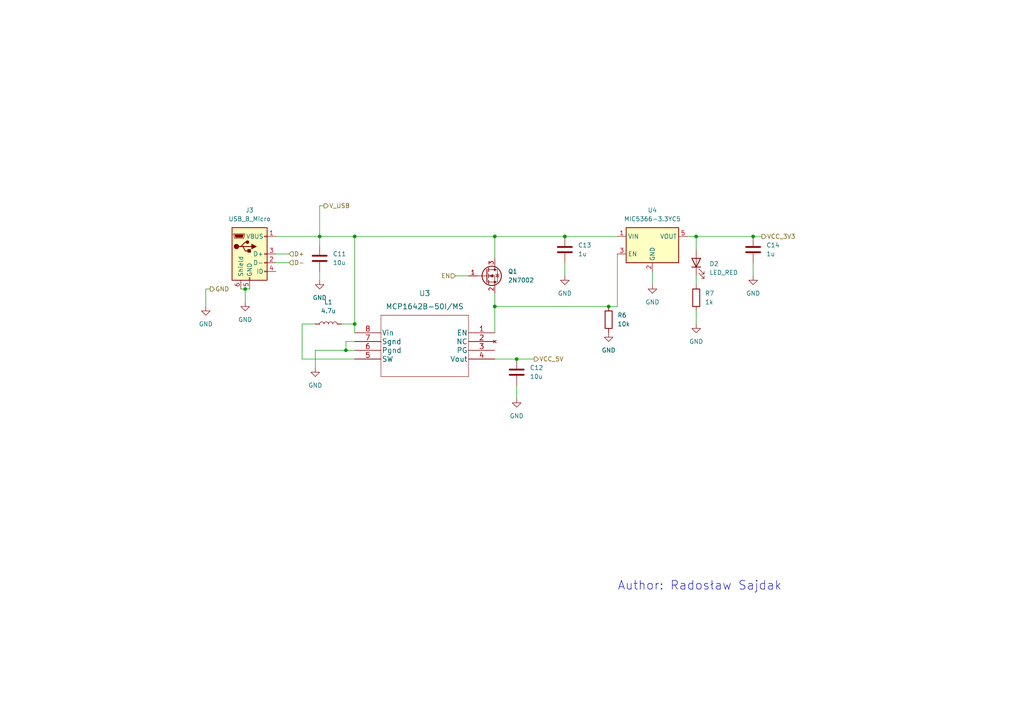
<source format=kicad_sch>
(kicad_sch (version 20211123) (generator eeschema)
  (paper "A4")
  (lib_symbols
    (symbol "Connector:USB_B_Micro" (pin_names (offset 1.016))
      (property "Reference" "J" (at -5.08 11.43 0))
      (property "Value" "USB_B_Micro" (at -5.08 8.89 0))
      (symbol "USB_B_Micro_0_1"
        (rectangle (start -5.08 -7.62) (end 5.08 7.62) (stroke (width 0.254)) (fill (type background)))
        (circle (center -3.81 2.159) (radius 0.635) (stroke (width 0.254)) (fill (type outline)))
        (circle (center -0.635 3.429) (radius 0.381) (stroke (width 0.254)) (fill (type outline)))
        (rectangle (start -0.127 -7.62) (end 0.127 -6.858))
        (polyline (pts (xy -1.905 2.159) (xy 0.635 2.159)) (stroke (width 0.254)))
        (polyline (pts (xy -3.175 2.159) (xy -2.54 2.159) (xy -1.27 3.429) (xy -0.635 3.429)) (stroke (width 0.254)))
        (polyline (pts (xy -2.54 2.159) (xy -1.905 2.159) (xy -1.27 0.889) (xy 0 0.889)) (stroke (width 0.254)))
        (polyline (pts (xy 0.635 2.794) (xy 0.635 1.524) (xy 1.905 2.159) (xy 0.635 2.794)) (stroke (width 0.254)) (fill (type outline)))
        (polyline (pts (xy -4.318 5.588) (xy -1.778 5.588) (xy -2.032 4.826) (xy -4.064 4.826) (xy -4.318 5.588)) (fill (type outline)))
        (polyline (pts (xy -4.699 5.842) (xy -4.699 5.588) (xy -4.445 4.826) (xy -4.445 4.572) (xy -1.651 4.572) (xy -1.651 4.826) (xy -1.397 5.588) (xy -1.397 5.842) (xy -4.699 5.842)))
        (rectangle (start 0.254 1.27) (end -0.508 0.508) (stroke (width 0.254)) (fill (type outline)))
        (rectangle (start 5.08 -5.207) (end 4.318 -4.953))
        (rectangle (start 5.08 -2.667) (end 4.318 -2.413))
        (rectangle (start 5.08 -0.127) (end 4.318 0.127))
        (rectangle (start 5.08 4.953) (end 4.318 5.207))
      )
      (symbol "USB_B_Micro_1_1"
        (pin power_out line (at 7.62 5.08 180) (length 2.54) (name "VBUS") (number "1"))
        (pin bidirectional line (at 7.62 -2.54 180) (length 2.54) (name "D-") (number "2"))
        (pin bidirectional line (at 7.62 0 180) (length 2.54) (name "D+") (number "3"))
        (pin passive line (at 7.62 -5.08 180) (length 2.54) (name "ID") (number "4"))
        (pin power_out line (at 0 -10.16 90) (length 2.54) (name "GND") (number "5"))
        (pin passive line (at -2.54 -10.16 90) (length 2.54) (name "Shield") (number "6"))
      )
    )
    (symbol "Device:C" (pin_numbers hide) (pin_names (offset 0.254))
      (property "Reference" "C" (at 0.635 2.54 0))
      (property "Value" "C" (at 0.635 -2.54 0))
      (symbol "C_0_1"
        (polyline (pts (xy -2.032 -0.762) (xy 2.032 -0.762)) (stroke (width 0.508)))
        (polyline (pts (xy -2.032 0.762) (xy 2.032 0.762)) (stroke (width 0.508)))
      )
      (symbol "C_1_1"
        (pin passive line (at 0 3.81 270) (length 2.794) (name "~") (number "1"))
        (pin passive line (at 0 -3.81 90) (length 2.794) (name "~") (number "2"))
      )
    )
    (symbol "Device:L" (pin_numbers hide) (pin_names (offset 1.016) hide)
      (property "Reference" "L" (at -1.27 0 90))
      (property "Value" "L" (at 1.905 0 90))
      (symbol "L_0_1"
        (arc (start 0 -2.54) (mid 0.635 -1.905) (end 0 -1.27))
        (arc (start 0 -1.27) (mid 0.635 -0.635) (end 0 0))
        (arc (start 0 0) (mid 0.635 0.635) (end 0 1.27))
        (arc (start 0 1.27) (mid 0.635 1.905) (end 0 2.54))
      )
      (symbol "L_1_1"
        (pin passive line (at 0 3.81 270) (length 1.27) (name "1") (number "1"))
        (pin passive line (at 0 -3.81 90) (length 1.27) (name "2") (number "2"))
      )
    )
    (symbol "Device:LED" (pin_numbers hide) (pin_names (offset 1.016) hide)
      (property "Reference" "D" (at 0 2.54 0))
      (property "Value" "LED" (at 0 -2.54 0))
      (symbol "LED_0_1"
        (polyline (pts (xy -1.27 -1.27) (xy -1.27 1.27)) (stroke (width 0.254)))
        (polyline (pts (xy -1.27 0) (xy 1.27 0)))
        (polyline (pts (xy 1.27 -1.27) (xy 1.27 1.27) (xy -1.27 0) (xy 1.27 -1.27)) (stroke (width 0.254)))
        (polyline (pts (xy -3.048 -0.762) (xy -4.572 -2.286) (xy -3.81 -2.286) (xy -4.572 -2.286) (xy -4.572 -1.524)))
        (polyline (pts (xy -1.778 -0.762) (xy -3.302 -2.286) (xy -2.54 -2.286) (xy -3.302 -2.286) (xy -3.302 -1.524)))
      )
      (symbol "LED_1_1"
        (pin passive line (at -3.81 0 0) (length 2.54) (name "K") (number "1"))
        (pin passive line (at 3.81 0 180) (length 2.54) (name "A") (number "2"))
      )
    )
    (symbol "Device:R" (pin_numbers hide) (pin_names (offset 0))
      (property "Reference" "R" (at 2.032 0 90))
      (property "Value" "R" (at 0 0 90))
      (symbol "R_0_1"
        (rectangle (start -1.016 -2.54) (end 1.016 2.54) (stroke (width 0.254)))
      )
      (symbol "R_1_1"
        (pin passive line (at 0 3.81 270) (length 1.27) (name "~") (number "1"))
        (pin passive line (at 0 -3.81 90) (length 1.27) (name "~") (number "2"))
      )
    )
    (symbol "MCP1642:MCP1642B-50I{slash}MS" (pin_names (offset 0.254))
      (property "Reference" "U?" (at 20.32 11.43 0))
      (property "Value" "MCP1642B-50I/MS" (at 20.32 7.62 0))
      (symbol "MCP1642B-50I{slash}MS_1_1"
        (polyline (pts (xy 7.62 -12.7) (xy 33.02 -12.7)) (stroke (width 0.127)))
        (polyline (pts (xy 7.62 5.08) (xy 7.62 -12.7)) (stroke (width 0.127)))
        (polyline (pts (xy 33.02 -12.7) (xy 33.02 5.08)) (stroke (width 0.127)))
        (polyline (pts (xy 33.02 5.08) (xy 7.62 5.08)) (stroke (width 0.127)))
        (pin input line (at 0 0 0) (length 7.62) (name "EN") (number "1"))
        (pin no_connect line (at 0 -2.54 0) (length 7.62) (name "NC") (number "2"))
        (pin output line (at 0 -5.08 0) (length 7.62) (name "PG") (number "3"))
        (pin power_out line (at 0 -7.62 0) (length 7.62) (name "Vout") (number "4"))
        (pin power_in line (at 40.64 -7.62 180) (length 7.62) (name "SW") (number "5"))
        (pin power_in line (at 40.64 -5.08 180) (length 7.62) (name "Pgnd") (number "6"))
        (pin power_in line (at 40.64 -2.54 180) (length 7.62) (name "Sgnd") (number "7"))
        (pin power_in line (at 40.64 0 180) (length 7.62) (name "Vin") (number "8"))
      )
    )
    (symbol "Regulator_Linear:MIC5366-3.3YC5"
      (property "Reference" "U" (at -6.35 6.35 0))
      (property "Value" "MIC5366-3.3YC5" (at 0 6.35 0))
      (symbol "MIC5366-3.3YC5_0_1"
        (rectangle (start -7.62 -5.08) (end 7.62 5.08) (stroke (width 0.254)) (fill (type background)))
      )
      (symbol "MIC5366-3.3YC5_1_1"
        (pin power_in line (at -10.16 2.54 0) (length 2.54) (name "VIN") (number "1"))
        (pin power_in line (at 0 -7.62 90) (length 2.54) (name "GND") (number "2"))
        (pin input line (at -10.16 -2.54 0) (length 2.54) (name "EN") (number "3"))
        (pin no_connect line (at 7.62 -2.54 180) (length 2.54) hide (name "NC") (number "4"))
        (pin power_out line (at 10.16 2.54 180) (length 2.54) (name "VOUT") (number "5"))
      )
    )
    (symbol "Transistor_FET:2N7002" (pin_names hide)
      (property "Reference" "Q" (at 5.08 1.905 0))
      (property "Value" "2N7002" (at 5.08 0 0))
      (symbol "2N7002_0_1"
        (polyline (pts (xy 0.254 0) (xy -2.54 0)))
        (polyline (pts (xy 0.254 1.905) (xy 0.254 -1.905)) (stroke (width 0.254)))
        (polyline (pts (xy 0.762 -1.27) (xy 0.762 -2.286)) (stroke (width 0.254)))
        (polyline (pts (xy 0.762 0.508) (xy 0.762 -0.508)) (stroke (width 0.254)))
        (polyline (pts (xy 0.762 2.286) (xy 0.762 1.27)) (stroke (width 0.254)))
        (polyline (pts (xy 2.54 2.54) (xy 2.54 1.778)))
        (polyline (pts (xy 2.54 -2.54) (xy 2.54 0) (xy 0.762 0)))
        (polyline (pts (xy 0.762 -1.778) (xy 3.302 -1.778) (xy 3.302 1.778) (xy 0.762 1.778)))
        (polyline (pts (xy 1.016 0) (xy 2.032 0.381) (xy 2.032 -0.381) (xy 1.016 0)) (fill (type outline)))
        (polyline (pts (xy 2.794 0.508) (xy 2.921 0.381) (xy 3.683 0.381) (xy 3.81 0.254)))
        (polyline (pts (xy 3.302 0.381) (xy 2.921 -0.254) (xy 3.683 -0.254) (xy 3.302 0.381)))
        (circle (center 1.651 0) (radius 2.794) (stroke (width 0.254)))
        (circle (center 2.54 -1.778) (radius 0.254) (fill (type outline)))
        (circle (center 2.54 1.778) (radius 0.254) (fill (type outline)))
      )
      (symbol "2N7002_1_1"
        (pin input line (at -5.08 0 0) (length 2.54) (name "G") (number "1"))
        (pin passive line (at 2.54 -5.08 90) (length 2.54) (name "S") (number "2"))
        (pin passive line (at 2.54 5.08 270) (length 2.54) (name "D") (number "3"))
      )
    )
    (symbol "power:GND" (power) (pin_names (offset 0))
      (property "Value" "GND" (at 0 -3.81 0))
      (symbol "GND_0_1"
        (polyline (pts (xy 0 0) (xy 0 -1.27) (xy 1.27 -1.27) (xy 0 -2.54) (xy -1.27 -1.27) (xy 0 -1.27)))
      )
      (symbol "GND_1_1"
        (pin power_in line (at 0 0 270) (length 0) hide (name "GND") (number "1"))
      )
    )
  )
  (junction (at 143.51 68.58))
  (junction (at 92.71 68.58))
  (junction (at 163.83 68.58))
  (junction (at 201.93 68.58))
  (junction (at 102.87 68.58))
  (junction (at 218.44 68.58))
  (junction (at 71.12 83.82))
  (junction (at 176.53 88.9))
  (junction (at 143.51 88.9))
  (junction (at 100.33 101.6))
  (junction (at 149.86 104.14))
  (junction (at 102.87 93.98))
  (wire (pts (xy 100.33 101.6) (xy 102.87 101.6)))
  (wire (pts (xy 92.71 78.74) (xy 92.71 81.28)))
  (wire (pts (xy 87.63 93.98) (xy 87.63 104.14)))
  (wire (pts (xy 71.12 83.82) (xy 72.39 83.82)))
  (wire (pts (xy 100.33 101.6) (xy 91.44 101.6)))
  (wire (pts (xy 80.01 76.2) (xy 83.82 76.2)))
  (wire (pts (xy 149.86 104.14) (xy 154.94 104.14)))
  (wire (pts (xy 102.87 68.58) (xy 143.51 68.58)))
  (wire (pts (xy 143.51 85.09) (xy 143.51 88.9)))
  (wire (pts (xy 59.69 83.82) (xy 60.96 83.82)))
  (wire (pts (xy 201.93 68.58) (xy 218.44 68.58)))
  (wire (pts (xy 179.07 88.9) (xy 176.53 88.9)))
  (wire (pts (xy 132.08 80.01) (xy 135.89 80.01)))
  (wire (pts (xy 69.85 83.82) (xy 71.12 83.82)))
  (wire (pts (xy 218.44 76.2) (xy 218.44 80.01)))
  (wire (pts (xy 201.93 80.01) (xy 201.93 82.55)))
  (wire (pts (xy 143.51 88.9) (xy 143.51 96.52)))
  (wire (pts (xy 92.71 68.58) (xy 102.87 68.58)))
  (wire (pts (xy 143.51 68.58) (xy 143.51 74.93)))
  (wire (pts (xy 80.01 73.66) (xy 83.82 73.66)))
  (wire (pts (xy 176.53 88.9) (xy 143.51 88.9)))
  (wire (pts (xy 143.51 104.14) (xy 149.86 104.14)))
  (wire (pts (xy 92.71 71.12) (xy 92.71 68.58)))
  (wire (pts (xy 201.93 68.58) (xy 201.93 72.39)))
  (wire (pts (xy 71.12 83.82) (xy 71.12 87.63)))
  (wire (pts (xy 102.87 93.98) (xy 102.87 96.52)))
  (wire (pts (xy 99.06 93.98) (xy 102.87 93.98)))
  (wire (pts (xy 80.01 68.58) (xy 92.71 68.58)))
  (wire (pts (xy 92.71 59.69) (xy 92.71 68.58)))
  (wire (pts (xy 91.44 93.98) (xy 87.63 93.98)))
  (wire (pts (xy 102.87 99.06) (xy 100.33 99.06)))
  (wire (pts (xy 201.93 90.17) (xy 201.93 93.98)))
  (wire (pts (xy 179.07 73.66) (xy 179.07 88.9)))
  (wire (pts (xy 189.23 78.74) (xy 189.23 82.55)))
  (wire (pts (xy 87.63 104.14) (xy 102.87 104.14)))
  (wire (pts (xy 93.98 59.69) (xy 92.71 59.69)))
  (wire (pts (xy 100.33 99.06) (xy 100.33 101.6)))
  (wire (pts (xy 59.69 83.82) (xy 59.69 88.9)))
  (wire (pts (xy 163.83 68.58) (xy 179.07 68.58)))
  (wire (pts (xy 91.44 101.6) (xy 91.44 106.68)))
  (wire (pts (xy 149.86 115.57) (xy 149.86 111.76)))
  (wire (pts (xy 143.51 68.58) (xy 163.83 68.58)))
  (wire (pts (xy 199.39 68.58) (xy 201.93 68.58)))
  (wire (pts (xy 163.83 76.2) (xy 163.83 80.01)))
  (wire (pts (xy 102.87 68.58) (xy 102.87 93.98)))
  (wire (pts (xy 218.44 68.58) (xy 220.98 68.58)))
  (text "Author: Radosław Sajdak" (at 179.07 171.45 0) (effects (font (size 2.54 2.54)) (justify left bottom)))
  (hierarchical_label "D+" (shape input) (at 83.82 73.66 0))
  (hierarchical_label "D-" (shape input) (at 83.82 76.2 0))
  (hierarchical_label "EN" (shape input) (at 132.08 80.01 180))
  (hierarchical_label "VCC_3V3" (shape output) (at 220.98 68.58 0))
  (hierarchical_label "V_USB" (shape output) (at 93.98 59.69 0))
  (hierarchical_label "VCC_5V" (shape output) (at 154.94 104.14 0))
  (hierarchical_label "GND" (shape output) (at 60.96 83.82 0))
  (symbol (lib_id "Device:C") (at 163.83 72.39 0) (unit 1)
    (property "Reference" "C13" (at 167.64 71.1199 0) (effects (justify left)))
    (property "Value" "1u" (at 167.64 73.6599 0) (effects (justify left)))
    (property "Footprint" "Capacitor_SMD:C_0805_2012Metric" (effects hide))
  )
  (symbol (lib_id "power:GND") (at 71.12 87.63 0) (unit 1)
    (property "Reference" "#PWR032" (effects hide))
    (property "Value" "GND" (at 71.12 92.71 0))
  )
  (symbol (lib_id "power:GND") (at 59.69 88.9 0) (unit 1)
    (property "Reference" "#PWR031" (effects hide))
    (property "Value" "~" (at 59.69 93.98 0))
  )
  (symbol (lib_id "power:GND") (at 149.86 115.57 0) (unit 1)
    (property "Reference" "#PWR035" (effects hide))
    (property "Value" "~" (at 149.86 120.65 0))
  )
  (symbol (lib_id "Transistor_FET:2N7002") (at 140.97 80.01 0) (unit 1)
    (property "Reference" "Q1" (at 147.32 78.7399 0) (effects (justify left)))
    (property "Value" "2N7002" (at 147.32 81.2799 0) (effects (justify left)))
    (property "Footprint" "Package_TO_SOT_SMD:SOT-23" (effects hide))
    (property "Datasheet" "https://www.onsemi.com/pub/Collateral/NDS7002A-D.PDF" (effects hide))
  )
  (symbol (lib_id "power:GND") (at 91.44 106.68 0) (unit 1)
    (property "Reference" "#PWR033" (effects hide))
    (property "Value" "GND" (at 91.44 111.76 0))
  )
  (symbol (lib_id "power:GND") (at 201.93 93.98 0) (unit 1)
    (property "Reference" "#PWR039" (effects hide))
    (property "Value" "GND" (at 201.93 99.06 0))
  )
  (symbol (lib_id "MCP1642:MCP1642B-50I{slash}MS") (at 143.51 96.52 0) (mirror y) (unit 1)
    (property "Reference" "U3" (at 123.19 85.09 0) (effects (font (size 1.524 1.524))))
    (property "Value" "MCP1642B-50I/MS" (at 123.19 88.9 0) (effects (font (size 1.524 1.524))))
    (property "Footprint" "MCP1642:MCP1642B-50I&slash_MS" (effects hide))
  )
  (symbol (lib_id "Device:L") (at 95.25 93.98 90) (unit 1)
    (property "Reference" "L1" (at 95.25 87.63 90))
    (property "Value" "4.7u" (at 95.25 90.17 90))
    (property "Footprint" "Inductor_SMD:L_0805_2012Metric" (effects hide))
  )
  (symbol (lib_id "Device:C") (at 149.86 107.95 0) (unit 1)
    (property "Reference" "C12" (at 153.67 106.6799 0) (effects (justify left)))
    (property "Value" "10u" (at 153.67 109.2199 0) (effects (justify left)))
    (property "Footprint" "Capacitor_SMD:C_0805_2012Metric" (effects hide))
  )
  (symbol (lib_id "power:GND") (at 176.53 96.52 0) (unit 1)
    (property "Reference" "#PWR037" (effects hide))
    (property "Value" "GND" (at 176.53 101.6 0))
  )
  (symbol (lib_id "Device:R") (at 201.93 86.36 0) (unit 1)
    (property "Reference" "R7" (at 204.47 85.0899 0) (effects (justify left)))
    (property "Value" "1k" (at 204.47 87.6299 0) (effects (justify left)))
    (property "Footprint" "Resistor_SMD:R_0805_2012Metric" (effects hide))
  )
  (symbol (lib_id "Device:LED") (at 201.93 76.2 90) (unit 1)
    (property "Reference" "D2" (at 205.74 76.5174 90) (effects (justify right)))
    (property "Value" "LED_RED" (at 205.74 79.0574 90) (effects (justify right)))
    (property "Footprint" "LED_SMD:LED_0805_2012Metric" (effects hide))
  )
  (symbol (lib_id "Device:R") (at 176.53 92.71 0) (unit 1)
    (property "Reference" "R6" (at 179.07 91.4399 0) (effects (justify left)))
    (property "Value" "10k" (at 179.07 93.9799 0) (effects (justify left)))
    (property "Footprint" "Resistor_SMD:R_0805_2012Metric" (effects hide))
  )
  (symbol (lib_id "power:GND") (at 92.71 81.28 0) (unit 1)
    (property "Reference" "#PWR034" (effects hide))
    (property "Value" "~" (at 92.71 86.36 0))
  )
  (symbol (lib_id "Device:C") (at 92.71 74.93 0) (unit 1)
    (property "Reference" "C11" (at 96.52 73.6599 0) (effects (justify left)))
    (property "Value" "10u" (at 96.52 76.1999 0) (effects (justify left)))
    (property "Footprint" "Capacitor_SMD:C_0805_2012Metric" (effects hide))
  )
  (symbol (lib_id "power:GND") (at 189.23 82.55 0) (unit 1)
    (property "Reference" "#PWR038" (effects hide))
    (property "Value" "~" (at 189.23 87.63 0))
  )
  (symbol (lib_id "Device:C") (at 218.44 72.39 0) (unit 1)
    (property "Reference" "C14" (at 222.25 71.1199 0) (effects (justify left)))
    (property "Value" "1u" (at 222.25 73.6599 0) (effects (justify left)))
    (property "Footprint" "Capacitor_SMD:C_0805_2012Metric" (effects hide))
  )
  (symbol (lib_id "Regulator_Linear:MIC5366-3.3YC5") (at 189.23 71.12 0) (unit 1)
    (property "Reference" "U4" (at 189.23 60.96 0))
    (property "Value" "MIC5366-3.3YC5" (at 189.23 63.5 0))
    (property "Footprint" "Package_TO_SOT_SMD:SOT-353_SC-70-5" (effects hide))
    (property "Datasheet" "http://ww1.microchip.com/downloads/en/DeviceDoc/mic5365.pdf" (effects hide))
  )
  (symbol (lib_id "power:GND") (at 218.44 80.01 0) (unit 1)
    (property "Reference" "#PWR040" (effects hide))
    (property "Value" "GND" (at 218.44 85.09 0))
  )
  (symbol (lib_id "power:GND") (at 163.83 80.01 0) (unit 1)
    (property "Reference" "#PWR036" (effects hide))
    (property "Value" "~" (at 163.83 85.09 0))
  )
  (symbol (lib_id "Connector:USB_B_Micro") (at 72.39 73.66 0) (unit 1)
    (property "Reference" "J3" (at 72.39 60.96 0))
    (property "Value" "USB_B_Micro" (at 72.39 63.5 0))
    (property "Footprint" "Connector_USB:USB_Micro-B_Amphenol_10118194_Horizontal" (effects hide))
  )
)
</source>
